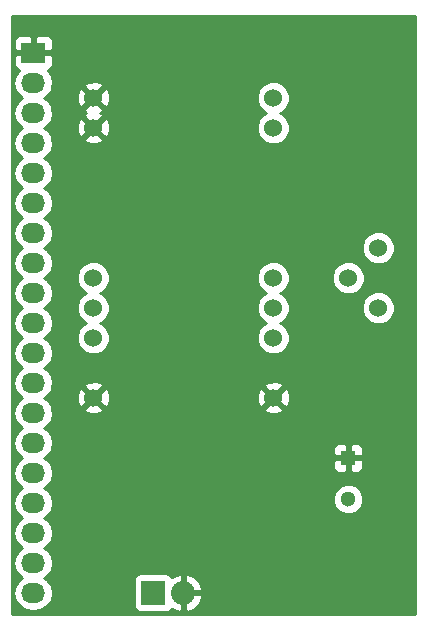
<source format=gbl>
G04 #@! TF.FileFunction,Copper,L2,Bot,Signal*
%FSLAX46Y46*%
G04 Gerber Fmt 4.6, Leading zero omitted, Abs format (unit mm)*
G04 Created by KiCad (PCBNEW 4.0.4+e1-6308~48~ubuntu16.04.1-stable) date Mon Oct 24 16:47:08 2016*
%MOMM*%
%LPD*%
G01*
G04 APERTURE LIST*
%ADD10C,0.100000*%
%ADD11R,2.032000X2.032000*%
%ADD12O,2.032000X2.032000*%
%ADD13C,1.524000*%
%ADD14R,2.032000X1.727200*%
%ADD15O,2.032000X1.727200*%
%ADD16C,1.300000*%
%ADD17R,1.300000X1.300000*%
%ADD18C,0.254000*%
G04 APERTURE END LIST*
D10*
D11*
X69850000Y-100330000D03*
D12*
X72390000Y-100330000D03*
D13*
X86360000Y-73660000D03*
X88900000Y-71120000D03*
X88900000Y-76200000D03*
D14*
X59690000Y-54610000D03*
D15*
X59690000Y-57150000D03*
X59690000Y-59690000D03*
X59690000Y-62230000D03*
X59690000Y-64770000D03*
X59690000Y-67310000D03*
X59690000Y-69850000D03*
X59690000Y-72390000D03*
X59690000Y-74930000D03*
X59690000Y-77470000D03*
X59690000Y-80010000D03*
X59690000Y-82550000D03*
X59690000Y-85090000D03*
X59690000Y-87630000D03*
X59690000Y-90170000D03*
X59690000Y-92710000D03*
X59690000Y-95250000D03*
X59690000Y-97790000D03*
X59690000Y-100330000D03*
D13*
X64770000Y-58420000D03*
X64770000Y-60960000D03*
X64770000Y-73660000D03*
X64770000Y-76200000D03*
X64770000Y-78740000D03*
X64770000Y-83820000D03*
X80010000Y-83820000D03*
X80010000Y-78740000D03*
X80010000Y-76200000D03*
X80010000Y-73660000D03*
X80010000Y-60960000D03*
X80010000Y-58420000D03*
D16*
X86360000Y-92400000D03*
D17*
X86360000Y-88900000D03*
D18*
G36*
X92000000Y-102160000D02*
X57860000Y-102160000D01*
X57860000Y-57150000D01*
X58006655Y-57150000D01*
X58120729Y-57723489D01*
X58445585Y-58209670D01*
X58760366Y-58420000D01*
X58445585Y-58630330D01*
X58120729Y-59116511D01*
X58006655Y-59690000D01*
X58120729Y-60263489D01*
X58445585Y-60749670D01*
X58760366Y-60960000D01*
X58445585Y-61170330D01*
X58120729Y-61656511D01*
X58006655Y-62230000D01*
X58120729Y-62803489D01*
X58445585Y-63289670D01*
X58760366Y-63500000D01*
X58445585Y-63710330D01*
X58120729Y-64196511D01*
X58006655Y-64770000D01*
X58120729Y-65343489D01*
X58445585Y-65829670D01*
X58760366Y-66040000D01*
X58445585Y-66250330D01*
X58120729Y-66736511D01*
X58006655Y-67310000D01*
X58120729Y-67883489D01*
X58445585Y-68369670D01*
X58760366Y-68580000D01*
X58445585Y-68790330D01*
X58120729Y-69276511D01*
X58006655Y-69850000D01*
X58120729Y-70423489D01*
X58445585Y-70909670D01*
X58760366Y-71120000D01*
X58445585Y-71330330D01*
X58120729Y-71816511D01*
X58006655Y-72390000D01*
X58120729Y-72963489D01*
X58445585Y-73449670D01*
X58760366Y-73660000D01*
X58445585Y-73870330D01*
X58120729Y-74356511D01*
X58006655Y-74930000D01*
X58120729Y-75503489D01*
X58445585Y-75989670D01*
X58760366Y-76200000D01*
X58445585Y-76410330D01*
X58120729Y-76896511D01*
X58006655Y-77470000D01*
X58120729Y-78043489D01*
X58445585Y-78529670D01*
X58760366Y-78740000D01*
X58445585Y-78950330D01*
X58120729Y-79436511D01*
X58006655Y-80010000D01*
X58120729Y-80583489D01*
X58445585Y-81069670D01*
X58760366Y-81280000D01*
X58445585Y-81490330D01*
X58120729Y-81976511D01*
X58006655Y-82550000D01*
X58120729Y-83123489D01*
X58445585Y-83609670D01*
X58760366Y-83820000D01*
X58445585Y-84030330D01*
X58120729Y-84516511D01*
X58006655Y-85090000D01*
X58120729Y-85663489D01*
X58445585Y-86149670D01*
X58760366Y-86360000D01*
X58445585Y-86570330D01*
X58120729Y-87056511D01*
X58006655Y-87630000D01*
X58120729Y-88203489D01*
X58445585Y-88689670D01*
X58760366Y-88900000D01*
X58445585Y-89110330D01*
X58120729Y-89596511D01*
X58006655Y-90170000D01*
X58120729Y-90743489D01*
X58445585Y-91229670D01*
X58760366Y-91440000D01*
X58445585Y-91650330D01*
X58120729Y-92136511D01*
X58006655Y-92710000D01*
X58120729Y-93283489D01*
X58445585Y-93769670D01*
X58760366Y-93980000D01*
X58445585Y-94190330D01*
X58120729Y-94676511D01*
X58006655Y-95250000D01*
X58120729Y-95823489D01*
X58445585Y-96309670D01*
X58760366Y-96520000D01*
X58445585Y-96730330D01*
X58120729Y-97216511D01*
X58006655Y-97790000D01*
X58120729Y-98363489D01*
X58445585Y-98849670D01*
X58760366Y-99060000D01*
X58445585Y-99270330D01*
X58120729Y-99756511D01*
X58006655Y-100330000D01*
X58120729Y-100903489D01*
X58445585Y-101389670D01*
X58931766Y-101714526D01*
X59505255Y-101828600D01*
X59874745Y-101828600D01*
X60448234Y-101714526D01*
X60934415Y-101389670D01*
X61259271Y-100903489D01*
X61373345Y-100330000D01*
X61259271Y-99756511D01*
X60963595Y-99314000D01*
X68186560Y-99314000D01*
X68186560Y-101346000D01*
X68230838Y-101581317D01*
X68369910Y-101797441D01*
X68582110Y-101942431D01*
X68834000Y-101993440D01*
X70866000Y-101993440D01*
X71101317Y-101949162D01*
X71317441Y-101810090D01*
X71417856Y-101663128D01*
X71421621Y-101667188D01*
X72007054Y-101935983D01*
X72263000Y-101817367D01*
X72263000Y-100457000D01*
X72517000Y-100457000D01*
X72517000Y-101817367D01*
X72772946Y-101935983D01*
X73358379Y-101667188D01*
X73796385Y-101194818D01*
X73995975Y-100712944D01*
X73876836Y-100457000D01*
X72517000Y-100457000D01*
X72263000Y-100457000D01*
X72243000Y-100457000D01*
X72243000Y-100203000D01*
X72263000Y-100203000D01*
X72263000Y-98842633D01*
X72517000Y-98842633D01*
X72517000Y-100203000D01*
X73876836Y-100203000D01*
X73995975Y-99947056D01*
X73796385Y-99465182D01*
X73358379Y-98992812D01*
X72772946Y-98724017D01*
X72517000Y-98842633D01*
X72263000Y-98842633D01*
X72007054Y-98724017D01*
X71421621Y-98992812D01*
X71417066Y-98997724D01*
X71330090Y-98862559D01*
X71117890Y-98717569D01*
X70866000Y-98666560D01*
X68834000Y-98666560D01*
X68598683Y-98710838D01*
X68382559Y-98849910D01*
X68237569Y-99062110D01*
X68186560Y-99314000D01*
X60963595Y-99314000D01*
X60934415Y-99270330D01*
X60619634Y-99060000D01*
X60934415Y-98849670D01*
X61259271Y-98363489D01*
X61373345Y-97790000D01*
X61259271Y-97216511D01*
X60934415Y-96730330D01*
X60619634Y-96520000D01*
X60934415Y-96309670D01*
X61259271Y-95823489D01*
X61373345Y-95250000D01*
X61259271Y-94676511D01*
X60934415Y-94190330D01*
X60619634Y-93980000D01*
X60934415Y-93769670D01*
X61259271Y-93283489D01*
X61373345Y-92710000D01*
X61362302Y-92654481D01*
X85074777Y-92654481D01*
X85269995Y-93126943D01*
X85631155Y-93488735D01*
X86103276Y-93684777D01*
X86614481Y-93685223D01*
X87086943Y-93490005D01*
X87448735Y-93128845D01*
X87644777Y-92656724D01*
X87645223Y-92145519D01*
X87450005Y-91673057D01*
X87088845Y-91311265D01*
X86616724Y-91115223D01*
X86105519Y-91114777D01*
X85633057Y-91309995D01*
X85271265Y-91671155D01*
X85075223Y-92143276D01*
X85074777Y-92654481D01*
X61362302Y-92654481D01*
X61259271Y-92136511D01*
X60934415Y-91650330D01*
X60619634Y-91440000D01*
X60934415Y-91229670D01*
X61259271Y-90743489D01*
X61373345Y-90170000D01*
X61259271Y-89596511D01*
X60984810Y-89185750D01*
X85075000Y-89185750D01*
X85075000Y-89676309D01*
X85171673Y-89909698D01*
X85350301Y-90088327D01*
X85583690Y-90185000D01*
X86074250Y-90185000D01*
X86233000Y-90026250D01*
X86233000Y-89027000D01*
X86487000Y-89027000D01*
X86487000Y-90026250D01*
X86645750Y-90185000D01*
X87136310Y-90185000D01*
X87369699Y-90088327D01*
X87548327Y-89909698D01*
X87645000Y-89676309D01*
X87645000Y-89185750D01*
X87486250Y-89027000D01*
X86487000Y-89027000D01*
X86233000Y-89027000D01*
X85233750Y-89027000D01*
X85075000Y-89185750D01*
X60984810Y-89185750D01*
X60934415Y-89110330D01*
X60619634Y-88900000D01*
X60934415Y-88689670D01*
X61259271Y-88203489D01*
X61275143Y-88123691D01*
X85075000Y-88123691D01*
X85075000Y-88614250D01*
X85233750Y-88773000D01*
X86233000Y-88773000D01*
X86233000Y-87773750D01*
X86487000Y-87773750D01*
X86487000Y-88773000D01*
X87486250Y-88773000D01*
X87645000Y-88614250D01*
X87645000Y-88123691D01*
X87548327Y-87890302D01*
X87369699Y-87711673D01*
X87136310Y-87615000D01*
X86645750Y-87615000D01*
X86487000Y-87773750D01*
X86233000Y-87773750D01*
X86074250Y-87615000D01*
X85583690Y-87615000D01*
X85350301Y-87711673D01*
X85171673Y-87890302D01*
X85075000Y-88123691D01*
X61275143Y-88123691D01*
X61373345Y-87630000D01*
X61259271Y-87056511D01*
X60934415Y-86570330D01*
X60619634Y-86360000D01*
X60934415Y-86149670D01*
X61259271Y-85663489D01*
X61373345Y-85090000D01*
X61315703Y-84800213D01*
X63969392Y-84800213D01*
X64038857Y-85042397D01*
X64562302Y-85229144D01*
X65117368Y-85201362D01*
X65501143Y-85042397D01*
X65570608Y-84800213D01*
X79209392Y-84800213D01*
X79278857Y-85042397D01*
X79802302Y-85229144D01*
X80357368Y-85201362D01*
X80741143Y-85042397D01*
X80810608Y-84800213D01*
X80010000Y-83999605D01*
X79209392Y-84800213D01*
X65570608Y-84800213D01*
X64770000Y-83999605D01*
X63969392Y-84800213D01*
X61315703Y-84800213D01*
X61259271Y-84516511D01*
X60934415Y-84030330D01*
X60619634Y-83820000D01*
X60930475Y-83612302D01*
X63360856Y-83612302D01*
X63388638Y-84167368D01*
X63547603Y-84551143D01*
X63789787Y-84620608D01*
X64590395Y-83820000D01*
X64949605Y-83820000D01*
X65750213Y-84620608D01*
X65992397Y-84551143D01*
X66179144Y-84027698D01*
X66158353Y-83612302D01*
X78600856Y-83612302D01*
X78628638Y-84167368D01*
X78787603Y-84551143D01*
X79029787Y-84620608D01*
X79830395Y-83820000D01*
X80189605Y-83820000D01*
X80990213Y-84620608D01*
X81232397Y-84551143D01*
X81419144Y-84027698D01*
X81391362Y-83472632D01*
X81232397Y-83088857D01*
X80990213Y-83019392D01*
X80189605Y-83820000D01*
X79830395Y-83820000D01*
X79029787Y-83019392D01*
X78787603Y-83088857D01*
X78600856Y-83612302D01*
X66158353Y-83612302D01*
X66151362Y-83472632D01*
X65992397Y-83088857D01*
X65750213Y-83019392D01*
X64949605Y-83820000D01*
X64590395Y-83820000D01*
X63789787Y-83019392D01*
X63547603Y-83088857D01*
X63360856Y-83612302D01*
X60930475Y-83612302D01*
X60934415Y-83609670D01*
X61259271Y-83123489D01*
X61315702Y-82839787D01*
X63969392Y-82839787D01*
X64770000Y-83640395D01*
X65570608Y-82839787D01*
X79209392Y-82839787D01*
X80010000Y-83640395D01*
X80810608Y-82839787D01*
X80741143Y-82597603D01*
X80217698Y-82410856D01*
X79662632Y-82438638D01*
X79278857Y-82597603D01*
X79209392Y-82839787D01*
X65570608Y-82839787D01*
X65501143Y-82597603D01*
X64977698Y-82410856D01*
X64422632Y-82438638D01*
X64038857Y-82597603D01*
X63969392Y-82839787D01*
X61315702Y-82839787D01*
X61373345Y-82550000D01*
X61259271Y-81976511D01*
X60934415Y-81490330D01*
X60619634Y-81280000D01*
X60934415Y-81069670D01*
X61259271Y-80583489D01*
X61373345Y-80010000D01*
X61259271Y-79436511D01*
X60934415Y-78950330D01*
X60619634Y-78740000D01*
X60934415Y-78529670D01*
X61259271Y-78043489D01*
X61373345Y-77470000D01*
X61259271Y-76896511D01*
X60934415Y-76410330D01*
X60619634Y-76200000D01*
X60934415Y-75989670D01*
X61259271Y-75503489D01*
X61373345Y-74930000D01*
X61259271Y-74356511D01*
X60978736Y-73936661D01*
X63372758Y-73936661D01*
X63584990Y-74450303D01*
X63977630Y-74843629D01*
X64185512Y-74929949D01*
X63979697Y-75014990D01*
X63586371Y-75407630D01*
X63373243Y-75920900D01*
X63372758Y-76476661D01*
X63584990Y-76990303D01*
X63977630Y-77383629D01*
X64185512Y-77469949D01*
X63979697Y-77554990D01*
X63586371Y-77947630D01*
X63373243Y-78460900D01*
X63372758Y-79016661D01*
X63584990Y-79530303D01*
X63977630Y-79923629D01*
X64490900Y-80136757D01*
X65046661Y-80137242D01*
X65560303Y-79925010D01*
X65953629Y-79532370D01*
X66166757Y-79019100D01*
X66167242Y-78463339D01*
X65955010Y-77949697D01*
X65562370Y-77556371D01*
X65354488Y-77470051D01*
X65560303Y-77385010D01*
X65953629Y-76992370D01*
X66166757Y-76479100D01*
X66167242Y-75923339D01*
X65955010Y-75409697D01*
X65562370Y-75016371D01*
X65354488Y-74930051D01*
X65560303Y-74845010D01*
X65953629Y-74452370D01*
X66166757Y-73939100D01*
X66166759Y-73936661D01*
X78612758Y-73936661D01*
X78824990Y-74450303D01*
X79217630Y-74843629D01*
X79425512Y-74929949D01*
X79219697Y-75014990D01*
X78826371Y-75407630D01*
X78613243Y-75920900D01*
X78612758Y-76476661D01*
X78824990Y-76990303D01*
X79217630Y-77383629D01*
X79425512Y-77469949D01*
X79219697Y-77554990D01*
X78826371Y-77947630D01*
X78613243Y-78460900D01*
X78612758Y-79016661D01*
X78824990Y-79530303D01*
X79217630Y-79923629D01*
X79730900Y-80136757D01*
X80286661Y-80137242D01*
X80800303Y-79925010D01*
X81193629Y-79532370D01*
X81406757Y-79019100D01*
X81407242Y-78463339D01*
X81195010Y-77949697D01*
X80802370Y-77556371D01*
X80594488Y-77470051D01*
X80800303Y-77385010D01*
X81193629Y-76992370D01*
X81406757Y-76479100D01*
X81406759Y-76476661D01*
X87502758Y-76476661D01*
X87714990Y-76990303D01*
X88107630Y-77383629D01*
X88620900Y-77596757D01*
X89176661Y-77597242D01*
X89690303Y-77385010D01*
X90083629Y-76992370D01*
X90296757Y-76479100D01*
X90297242Y-75923339D01*
X90085010Y-75409697D01*
X89692370Y-75016371D01*
X89179100Y-74803243D01*
X88623339Y-74802758D01*
X88109697Y-75014990D01*
X87716371Y-75407630D01*
X87503243Y-75920900D01*
X87502758Y-76476661D01*
X81406759Y-76476661D01*
X81407242Y-75923339D01*
X81195010Y-75409697D01*
X80802370Y-75016371D01*
X80594488Y-74930051D01*
X80800303Y-74845010D01*
X81193629Y-74452370D01*
X81406757Y-73939100D01*
X81406759Y-73936661D01*
X84962758Y-73936661D01*
X85174990Y-74450303D01*
X85567630Y-74843629D01*
X86080900Y-75056757D01*
X86636661Y-75057242D01*
X87150303Y-74845010D01*
X87543629Y-74452370D01*
X87756757Y-73939100D01*
X87757242Y-73383339D01*
X87545010Y-72869697D01*
X87152370Y-72476371D01*
X86639100Y-72263243D01*
X86083339Y-72262758D01*
X85569697Y-72474990D01*
X85176371Y-72867630D01*
X84963243Y-73380900D01*
X84962758Y-73936661D01*
X81406759Y-73936661D01*
X81407242Y-73383339D01*
X81195010Y-72869697D01*
X80802370Y-72476371D01*
X80289100Y-72263243D01*
X79733339Y-72262758D01*
X79219697Y-72474990D01*
X78826371Y-72867630D01*
X78613243Y-73380900D01*
X78612758Y-73936661D01*
X66166759Y-73936661D01*
X66167242Y-73383339D01*
X65955010Y-72869697D01*
X65562370Y-72476371D01*
X65049100Y-72263243D01*
X64493339Y-72262758D01*
X63979697Y-72474990D01*
X63586371Y-72867630D01*
X63373243Y-73380900D01*
X63372758Y-73936661D01*
X60978736Y-73936661D01*
X60934415Y-73870330D01*
X60619634Y-73660000D01*
X60934415Y-73449670D01*
X61259271Y-72963489D01*
X61373345Y-72390000D01*
X61259271Y-71816511D01*
X60978736Y-71396661D01*
X87502758Y-71396661D01*
X87714990Y-71910303D01*
X88107630Y-72303629D01*
X88620900Y-72516757D01*
X89176661Y-72517242D01*
X89690303Y-72305010D01*
X90083629Y-71912370D01*
X90296757Y-71399100D01*
X90297242Y-70843339D01*
X90085010Y-70329697D01*
X89692370Y-69936371D01*
X89179100Y-69723243D01*
X88623339Y-69722758D01*
X88109697Y-69934990D01*
X87716371Y-70327630D01*
X87503243Y-70840900D01*
X87502758Y-71396661D01*
X60978736Y-71396661D01*
X60934415Y-71330330D01*
X60619634Y-71120000D01*
X60934415Y-70909670D01*
X61259271Y-70423489D01*
X61373345Y-69850000D01*
X61259271Y-69276511D01*
X60934415Y-68790330D01*
X60619634Y-68580000D01*
X60934415Y-68369670D01*
X61259271Y-67883489D01*
X61373345Y-67310000D01*
X61259271Y-66736511D01*
X60934415Y-66250330D01*
X60619634Y-66040000D01*
X60934415Y-65829670D01*
X61259271Y-65343489D01*
X61373345Y-64770000D01*
X61259271Y-64196511D01*
X60934415Y-63710330D01*
X60619634Y-63500000D01*
X60934415Y-63289670D01*
X61259271Y-62803489D01*
X61373345Y-62230000D01*
X61315703Y-61940213D01*
X63969392Y-61940213D01*
X64038857Y-62182397D01*
X64562302Y-62369144D01*
X65117368Y-62341362D01*
X65501143Y-62182397D01*
X65570608Y-61940213D01*
X64770000Y-61139605D01*
X63969392Y-61940213D01*
X61315703Y-61940213D01*
X61259271Y-61656511D01*
X60934415Y-61170330D01*
X60619634Y-60960000D01*
X60930475Y-60752302D01*
X63360856Y-60752302D01*
X63388638Y-61307368D01*
X63547603Y-61691143D01*
X63789787Y-61760608D01*
X64590395Y-60960000D01*
X64949605Y-60960000D01*
X65750213Y-61760608D01*
X65992397Y-61691143D01*
X66179144Y-61167698D01*
X66151362Y-60612632D01*
X65992397Y-60228857D01*
X65750213Y-60159392D01*
X64949605Y-60960000D01*
X64590395Y-60960000D01*
X63789787Y-60159392D01*
X63547603Y-60228857D01*
X63360856Y-60752302D01*
X60930475Y-60752302D01*
X60934415Y-60749670D01*
X61259271Y-60263489D01*
X61373345Y-59690000D01*
X61315703Y-59400213D01*
X63969392Y-59400213D01*
X64038857Y-59642397D01*
X64162344Y-59686453D01*
X64038857Y-59737603D01*
X63969392Y-59979787D01*
X64770000Y-60780395D01*
X65570608Y-59979787D01*
X65501143Y-59737603D01*
X65377656Y-59693547D01*
X65501143Y-59642397D01*
X65570608Y-59400213D01*
X64770000Y-58599605D01*
X63969392Y-59400213D01*
X61315703Y-59400213D01*
X61259271Y-59116511D01*
X60934415Y-58630330D01*
X60619634Y-58420000D01*
X60930475Y-58212302D01*
X63360856Y-58212302D01*
X63388638Y-58767368D01*
X63547603Y-59151143D01*
X63789787Y-59220608D01*
X64590395Y-58420000D01*
X64949605Y-58420000D01*
X65750213Y-59220608D01*
X65992397Y-59151143D01*
X66154540Y-58696661D01*
X78612758Y-58696661D01*
X78824990Y-59210303D01*
X79217630Y-59603629D01*
X79425512Y-59689949D01*
X79219697Y-59774990D01*
X78826371Y-60167630D01*
X78613243Y-60680900D01*
X78612758Y-61236661D01*
X78824990Y-61750303D01*
X79217630Y-62143629D01*
X79730900Y-62356757D01*
X80286661Y-62357242D01*
X80800303Y-62145010D01*
X81193629Y-61752370D01*
X81406757Y-61239100D01*
X81407242Y-60683339D01*
X81195010Y-60169697D01*
X80802370Y-59776371D01*
X80594488Y-59690051D01*
X80800303Y-59605010D01*
X81193629Y-59212370D01*
X81406757Y-58699100D01*
X81407242Y-58143339D01*
X81195010Y-57629697D01*
X80802370Y-57236371D01*
X80289100Y-57023243D01*
X79733339Y-57022758D01*
X79219697Y-57234990D01*
X78826371Y-57627630D01*
X78613243Y-58140900D01*
X78612758Y-58696661D01*
X66154540Y-58696661D01*
X66179144Y-58627698D01*
X66151362Y-58072632D01*
X65992397Y-57688857D01*
X65750213Y-57619392D01*
X64949605Y-58420000D01*
X64590395Y-58420000D01*
X63789787Y-57619392D01*
X63547603Y-57688857D01*
X63360856Y-58212302D01*
X60930475Y-58212302D01*
X60934415Y-58209670D01*
X61259271Y-57723489D01*
X61315702Y-57439787D01*
X63969392Y-57439787D01*
X64770000Y-58240395D01*
X65570608Y-57439787D01*
X65501143Y-57197603D01*
X64977698Y-57010856D01*
X64422632Y-57038638D01*
X64038857Y-57197603D01*
X63969392Y-57439787D01*
X61315702Y-57439787D01*
X61373345Y-57150000D01*
X61259271Y-56576511D01*
X60934415Y-56090330D01*
X60912220Y-56075500D01*
X61065699Y-56011927D01*
X61244327Y-55833298D01*
X61341000Y-55599909D01*
X61341000Y-54895750D01*
X61182250Y-54737000D01*
X59817000Y-54737000D01*
X59817000Y-54757000D01*
X59563000Y-54757000D01*
X59563000Y-54737000D01*
X58197750Y-54737000D01*
X58039000Y-54895750D01*
X58039000Y-55599909D01*
X58135673Y-55833298D01*
X58314301Y-56011927D01*
X58467780Y-56075500D01*
X58445585Y-56090330D01*
X58120729Y-56576511D01*
X58006655Y-57150000D01*
X57860000Y-57150000D01*
X57860000Y-53620091D01*
X58039000Y-53620091D01*
X58039000Y-54324250D01*
X58197750Y-54483000D01*
X59563000Y-54483000D01*
X59563000Y-53270150D01*
X59817000Y-53270150D01*
X59817000Y-54483000D01*
X61182250Y-54483000D01*
X61341000Y-54324250D01*
X61341000Y-53620091D01*
X61244327Y-53386702D01*
X61065699Y-53208073D01*
X60832310Y-53111400D01*
X59975750Y-53111400D01*
X59817000Y-53270150D01*
X59563000Y-53270150D01*
X59404250Y-53111400D01*
X58547690Y-53111400D01*
X58314301Y-53208073D01*
X58135673Y-53386702D01*
X58039000Y-53620091D01*
X57860000Y-53620091D01*
X57860000Y-51510000D01*
X92000000Y-51510000D01*
X92000000Y-102160000D01*
X92000000Y-102160000D01*
G37*
X92000000Y-102160000D02*
X57860000Y-102160000D01*
X57860000Y-57150000D01*
X58006655Y-57150000D01*
X58120729Y-57723489D01*
X58445585Y-58209670D01*
X58760366Y-58420000D01*
X58445585Y-58630330D01*
X58120729Y-59116511D01*
X58006655Y-59690000D01*
X58120729Y-60263489D01*
X58445585Y-60749670D01*
X58760366Y-60960000D01*
X58445585Y-61170330D01*
X58120729Y-61656511D01*
X58006655Y-62230000D01*
X58120729Y-62803489D01*
X58445585Y-63289670D01*
X58760366Y-63500000D01*
X58445585Y-63710330D01*
X58120729Y-64196511D01*
X58006655Y-64770000D01*
X58120729Y-65343489D01*
X58445585Y-65829670D01*
X58760366Y-66040000D01*
X58445585Y-66250330D01*
X58120729Y-66736511D01*
X58006655Y-67310000D01*
X58120729Y-67883489D01*
X58445585Y-68369670D01*
X58760366Y-68580000D01*
X58445585Y-68790330D01*
X58120729Y-69276511D01*
X58006655Y-69850000D01*
X58120729Y-70423489D01*
X58445585Y-70909670D01*
X58760366Y-71120000D01*
X58445585Y-71330330D01*
X58120729Y-71816511D01*
X58006655Y-72390000D01*
X58120729Y-72963489D01*
X58445585Y-73449670D01*
X58760366Y-73660000D01*
X58445585Y-73870330D01*
X58120729Y-74356511D01*
X58006655Y-74930000D01*
X58120729Y-75503489D01*
X58445585Y-75989670D01*
X58760366Y-76200000D01*
X58445585Y-76410330D01*
X58120729Y-76896511D01*
X58006655Y-77470000D01*
X58120729Y-78043489D01*
X58445585Y-78529670D01*
X58760366Y-78740000D01*
X58445585Y-78950330D01*
X58120729Y-79436511D01*
X58006655Y-80010000D01*
X58120729Y-80583489D01*
X58445585Y-81069670D01*
X58760366Y-81280000D01*
X58445585Y-81490330D01*
X58120729Y-81976511D01*
X58006655Y-82550000D01*
X58120729Y-83123489D01*
X58445585Y-83609670D01*
X58760366Y-83820000D01*
X58445585Y-84030330D01*
X58120729Y-84516511D01*
X58006655Y-85090000D01*
X58120729Y-85663489D01*
X58445585Y-86149670D01*
X58760366Y-86360000D01*
X58445585Y-86570330D01*
X58120729Y-87056511D01*
X58006655Y-87630000D01*
X58120729Y-88203489D01*
X58445585Y-88689670D01*
X58760366Y-88900000D01*
X58445585Y-89110330D01*
X58120729Y-89596511D01*
X58006655Y-90170000D01*
X58120729Y-90743489D01*
X58445585Y-91229670D01*
X58760366Y-91440000D01*
X58445585Y-91650330D01*
X58120729Y-92136511D01*
X58006655Y-92710000D01*
X58120729Y-93283489D01*
X58445585Y-93769670D01*
X58760366Y-93980000D01*
X58445585Y-94190330D01*
X58120729Y-94676511D01*
X58006655Y-95250000D01*
X58120729Y-95823489D01*
X58445585Y-96309670D01*
X58760366Y-96520000D01*
X58445585Y-96730330D01*
X58120729Y-97216511D01*
X58006655Y-97790000D01*
X58120729Y-98363489D01*
X58445585Y-98849670D01*
X58760366Y-99060000D01*
X58445585Y-99270330D01*
X58120729Y-99756511D01*
X58006655Y-100330000D01*
X58120729Y-100903489D01*
X58445585Y-101389670D01*
X58931766Y-101714526D01*
X59505255Y-101828600D01*
X59874745Y-101828600D01*
X60448234Y-101714526D01*
X60934415Y-101389670D01*
X61259271Y-100903489D01*
X61373345Y-100330000D01*
X61259271Y-99756511D01*
X60963595Y-99314000D01*
X68186560Y-99314000D01*
X68186560Y-101346000D01*
X68230838Y-101581317D01*
X68369910Y-101797441D01*
X68582110Y-101942431D01*
X68834000Y-101993440D01*
X70866000Y-101993440D01*
X71101317Y-101949162D01*
X71317441Y-101810090D01*
X71417856Y-101663128D01*
X71421621Y-101667188D01*
X72007054Y-101935983D01*
X72263000Y-101817367D01*
X72263000Y-100457000D01*
X72517000Y-100457000D01*
X72517000Y-101817367D01*
X72772946Y-101935983D01*
X73358379Y-101667188D01*
X73796385Y-101194818D01*
X73995975Y-100712944D01*
X73876836Y-100457000D01*
X72517000Y-100457000D01*
X72263000Y-100457000D01*
X72243000Y-100457000D01*
X72243000Y-100203000D01*
X72263000Y-100203000D01*
X72263000Y-98842633D01*
X72517000Y-98842633D01*
X72517000Y-100203000D01*
X73876836Y-100203000D01*
X73995975Y-99947056D01*
X73796385Y-99465182D01*
X73358379Y-98992812D01*
X72772946Y-98724017D01*
X72517000Y-98842633D01*
X72263000Y-98842633D01*
X72007054Y-98724017D01*
X71421621Y-98992812D01*
X71417066Y-98997724D01*
X71330090Y-98862559D01*
X71117890Y-98717569D01*
X70866000Y-98666560D01*
X68834000Y-98666560D01*
X68598683Y-98710838D01*
X68382559Y-98849910D01*
X68237569Y-99062110D01*
X68186560Y-99314000D01*
X60963595Y-99314000D01*
X60934415Y-99270330D01*
X60619634Y-99060000D01*
X60934415Y-98849670D01*
X61259271Y-98363489D01*
X61373345Y-97790000D01*
X61259271Y-97216511D01*
X60934415Y-96730330D01*
X60619634Y-96520000D01*
X60934415Y-96309670D01*
X61259271Y-95823489D01*
X61373345Y-95250000D01*
X61259271Y-94676511D01*
X60934415Y-94190330D01*
X60619634Y-93980000D01*
X60934415Y-93769670D01*
X61259271Y-93283489D01*
X61373345Y-92710000D01*
X61362302Y-92654481D01*
X85074777Y-92654481D01*
X85269995Y-93126943D01*
X85631155Y-93488735D01*
X86103276Y-93684777D01*
X86614481Y-93685223D01*
X87086943Y-93490005D01*
X87448735Y-93128845D01*
X87644777Y-92656724D01*
X87645223Y-92145519D01*
X87450005Y-91673057D01*
X87088845Y-91311265D01*
X86616724Y-91115223D01*
X86105519Y-91114777D01*
X85633057Y-91309995D01*
X85271265Y-91671155D01*
X85075223Y-92143276D01*
X85074777Y-92654481D01*
X61362302Y-92654481D01*
X61259271Y-92136511D01*
X60934415Y-91650330D01*
X60619634Y-91440000D01*
X60934415Y-91229670D01*
X61259271Y-90743489D01*
X61373345Y-90170000D01*
X61259271Y-89596511D01*
X60984810Y-89185750D01*
X85075000Y-89185750D01*
X85075000Y-89676309D01*
X85171673Y-89909698D01*
X85350301Y-90088327D01*
X85583690Y-90185000D01*
X86074250Y-90185000D01*
X86233000Y-90026250D01*
X86233000Y-89027000D01*
X86487000Y-89027000D01*
X86487000Y-90026250D01*
X86645750Y-90185000D01*
X87136310Y-90185000D01*
X87369699Y-90088327D01*
X87548327Y-89909698D01*
X87645000Y-89676309D01*
X87645000Y-89185750D01*
X87486250Y-89027000D01*
X86487000Y-89027000D01*
X86233000Y-89027000D01*
X85233750Y-89027000D01*
X85075000Y-89185750D01*
X60984810Y-89185750D01*
X60934415Y-89110330D01*
X60619634Y-88900000D01*
X60934415Y-88689670D01*
X61259271Y-88203489D01*
X61275143Y-88123691D01*
X85075000Y-88123691D01*
X85075000Y-88614250D01*
X85233750Y-88773000D01*
X86233000Y-88773000D01*
X86233000Y-87773750D01*
X86487000Y-87773750D01*
X86487000Y-88773000D01*
X87486250Y-88773000D01*
X87645000Y-88614250D01*
X87645000Y-88123691D01*
X87548327Y-87890302D01*
X87369699Y-87711673D01*
X87136310Y-87615000D01*
X86645750Y-87615000D01*
X86487000Y-87773750D01*
X86233000Y-87773750D01*
X86074250Y-87615000D01*
X85583690Y-87615000D01*
X85350301Y-87711673D01*
X85171673Y-87890302D01*
X85075000Y-88123691D01*
X61275143Y-88123691D01*
X61373345Y-87630000D01*
X61259271Y-87056511D01*
X60934415Y-86570330D01*
X60619634Y-86360000D01*
X60934415Y-86149670D01*
X61259271Y-85663489D01*
X61373345Y-85090000D01*
X61315703Y-84800213D01*
X63969392Y-84800213D01*
X64038857Y-85042397D01*
X64562302Y-85229144D01*
X65117368Y-85201362D01*
X65501143Y-85042397D01*
X65570608Y-84800213D01*
X79209392Y-84800213D01*
X79278857Y-85042397D01*
X79802302Y-85229144D01*
X80357368Y-85201362D01*
X80741143Y-85042397D01*
X80810608Y-84800213D01*
X80010000Y-83999605D01*
X79209392Y-84800213D01*
X65570608Y-84800213D01*
X64770000Y-83999605D01*
X63969392Y-84800213D01*
X61315703Y-84800213D01*
X61259271Y-84516511D01*
X60934415Y-84030330D01*
X60619634Y-83820000D01*
X60930475Y-83612302D01*
X63360856Y-83612302D01*
X63388638Y-84167368D01*
X63547603Y-84551143D01*
X63789787Y-84620608D01*
X64590395Y-83820000D01*
X64949605Y-83820000D01*
X65750213Y-84620608D01*
X65992397Y-84551143D01*
X66179144Y-84027698D01*
X66158353Y-83612302D01*
X78600856Y-83612302D01*
X78628638Y-84167368D01*
X78787603Y-84551143D01*
X79029787Y-84620608D01*
X79830395Y-83820000D01*
X80189605Y-83820000D01*
X80990213Y-84620608D01*
X81232397Y-84551143D01*
X81419144Y-84027698D01*
X81391362Y-83472632D01*
X81232397Y-83088857D01*
X80990213Y-83019392D01*
X80189605Y-83820000D01*
X79830395Y-83820000D01*
X79029787Y-83019392D01*
X78787603Y-83088857D01*
X78600856Y-83612302D01*
X66158353Y-83612302D01*
X66151362Y-83472632D01*
X65992397Y-83088857D01*
X65750213Y-83019392D01*
X64949605Y-83820000D01*
X64590395Y-83820000D01*
X63789787Y-83019392D01*
X63547603Y-83088857D01*
X63360856Y-83612302D01*
X60930475Y-83612302D01*
X60934415Y-83609670D01*
X61259271Y-83123489D01*
X61315702Y-82839787D01*
X63969392Y-82839787D01*
X64770000Y-83640395D01*
X65570608Y-82839787D01*
X79209392Y-82839787D01*
X80010000Y-83640395D01*
X80810608Y-82839787D01*
X80741143Y-82597603D01*
X80217698Y-82410856D01*
X79662632Y-82438638D01*
X79278857Y-82597603D01*
X79209392Y-82839787D01*
X65570608Y-82839787D01*
X65501143Y-82597603D01*
X64977698Y-82410856D01*
X64422632Y-82438638D01*
X64038857Y-82597603D01*
X63969392Y-82839787D01*
X61315702Y-82839787D01*
X61373345Y-82550000D01*
X61259271Y-81976511D01*
X60934415Y-81490330D01*
X60619634Y-81280000D01*
X60934415Y-81069670D01*
X61259271Y-80583489D01*
X61373345Y-80010000D01*
X61259271Y-79436511D01*
X60934415Y-78950330D01*
X60619634Y-78740000D01*
X60934415Y-78529670D01*
X61259271Y-78043489D01*
X61373345Y-77470000D01*
X61259271Y-76896511D01*
X60934415Y-76410330D01*
X60619634Y-76200000D01*
X60934415Y-75989670D01*
X61259271Y-75503489D01*
X61373345Y-74930000D01*
X61259271Y-74356511D01*
X60978736Y-73936661D01*
X63372758Y-73936661D01*
X63584990Y-74450303D01*
X63977630Y-74843629D01*
X64185512Y-74929949D01*
X63979697Y-75014990D01*
X63586371Y-75407630D01*
X63373243Y-75920900D01*
X63372758Y-76476661D01*
X63584990Y-76990303D01*
X63977630Y-77383629D01*
X64185512Y-77469949D01*
X63979697Y-77554990D01*
X63586371Y-77947630D01*
X63373243Y-78460900D01*
X63372758Y-79016661D01*
X63584990Y-79530303D01*
X63977630Y-79923629D01*
X64490900Y-80136757D01*
X65046661Y-80137242D01*
X65560303Y-79925010D01*
X65953629Y-79532370D01*
X66166757Y-79019100D01*
X66167242Y-78463339D01*
X65955010Y-77949697D01*
X65562370Y-77556371D01*
X65354488Y-77470051D01*
X65560303Y-77385010D01*
X65953629Y-76992370D01*
X66166757Y-76479100D01*
X66167242Y-75923339D01*
X65955010Y-75409697D01*
X65562370Y-75016371D01*
X65354488Y-74930051D01*
X65560303Y-74845010D01*
X65953629Y-74452370D01*
X66166757Y-73939100D01*
X66166759Y-73936661D01*
X78612758Y-73936661D01*
X78824990Y-74450303D01*
X79217630Y-74843629D01*
X79425512Y-74929949D01*
X79219697Y-75014990D01*
X78826371Y-75407630D01*
X78613243Y-75920900D01*
X78612758Y-76476661D01*
X78824990Y-76990303D01*
X79217630Y-77383629D01*
X79425512Y-77469949D01*
X79219697Y-77554990D01*
X78826371Y-77947630D01*
X78613243Y-78460900D01*
X78612758Y-79016661D01*
X78824990Y-79530303D01*
X79217630Y-79923629D01*
X79730900Y-80136757D01*
X80286661Y-80137242D01*
X80800303Y-79925010D01*
X81193629Y-79532370D01*
X81406757Y-79019100D01*
X81407242Y-78463339D01*
X81195010Y-77949697D01*
X80802370Y-77556371D01*
X80594488Y-77470051D01*
X80800303Y-77385010D01*
X81193629Y-76992370D01*
X81406757Y-76479100D01*
X81406759Y-76476661D01*
X87502758Y-76476661D01*
X87714990Y-76990303D01*
X88107630Y-77383629D01*
X88620900Y-77596757D01*
X89176661Y-77597242D01*
X89690303Y-77385010D01*
X90083629Y-76992370D01*
X90296757Y-76479100D01*
X90297242Y-75923339D01*
X90085010Y-75409697D01*
X89692370Y-75016371D01*
X89179100Y-74803243D01*
X88623339Y-74802758D01*
X88109697Y-75014990D01*
X87716371Y-75407630D01*
X87503243Y-75920900D01*
X87502758Y-76476661D01*
X81406759Y-76476661D01*
X81407242Y-75923339D01*
X81195010Y-75409697D01*
X80802370Y-75016371D01*
X80594488Y-74930051D01*
X80800303Y-74845010D01*
X81193629Y-74452370D01*
X81406757Y-73939100D01*
X81406759Y-73936661D01*
X84962758Y-73936661D01*
X85174990Y-74450303D01*
X85567630Y-74843629D01*
X86080900Y-75056757D01*
X86636661Y-75057242D01*
X87150303Y-74845010D01*
X87543629Y-74452370D01*
X87756757Y-73939100D01*
X87757242Y-73383339D01*
X87545010Y-72869697D01*
X87152370Y-72476371D01*
X86639100Y-72263243D01*
X86083339Y-72262758D01*
X85569697Y-72474990D01*
X85176371Y-72867630D01*
X84963243Y-73380900D01*
X84962758Y-73936661D01*
X81406759Y-73936661D01*
X81407242Y-73383339D01*
X81195010Y-72869697D01*
X80802370Y-72476371D01*
X80289100Y-72263243D01*
X79733339Y-72262758D01*
X79219697Y-72474990D01*
X78826371Y-72867630D01*
X78613243Y-73380900D01*
X78612758Y-73936661D01*
X66166759Y-73936661D01*
X66167242Y-73383339D01*
X65955010Y-72869697D01*
X65562370Y-72476371D01*
X65049100Y-72263243D01*
X64493339Y-72262758D01*
X63979697Y-72474990D01*
X63586371Y-72867630D01*
X63373243Y-73380900D01*
X63372758Y-73936661D01*
X60978736Y-73936661D01*
X60934415Y-73870330D01*
X60619634Y-73660000D01*
X60934415Y-73449670D01*
X61259271Y-72963489D01*
X61373345Y-72390000D01*
X61259271Y-71816511D01*
X60978736Y-71396661D01*
X87502758Y-71396661D01*
X87714990Y-71910303D01*
X88107630Y-72303629D01*
X88620900Y-72516757D01*
X89176661Y-72517242D01*
X89690303Y-72305010D01*
X90083629Y-71912370D01*
X90296757Y-71399100D01*
X90297242Y-70843339D01*
X90085010Y-70329697D01*
X89692370Y-69936371D01*
X89179100Y-69723243D01*
X88623339Y-69722758D01*
X88109697Y-69934990D01*
X87716371Y-70327630D01*
X87503243Y-70840900D01*
X87502758Y-71396661D01*
X60978736Y-71396661D01*
X60934415Y-71330330D01*
X60619634Y-71120000D01*
X60934415Y-70909670D01*
X61259271Y-70423489D01*
X61373345Y-69850000D01*
X61259271Y-69276511D01*
X60934415Y-68790330D01*
X60619634Y-68580000D01*
X60934415Y-68369670D01*
X61259271Y-67883489D01*
X61373345Y-67310000D01*
X61259271Y-66736511D01*
X60934415Y-66250330D01*
X60619634Y-66040000D01*
X60934415Y-65829670D01*
X61259271Y-65343489D01*
X61373345Y-64770000D01*
X61259271Y-64196511D01*
X60934415Y-63710330D01*
X60619634Y-63500000D01*
X60934415Y-63289670D01*
X61259271Y-62803489D01*
X61373345Y-62230000D01*
X61315703Y-61940213D01*
X63969392Y-61940213D01*
X64038857Y-62182397D01*
X64562302Y-62369144D01*
X65117368Y-62341362D01*
X65501143Y-62182397D01*
X65570608Y-61940213D01*
X64770000Y-61139605D01*
X63969392Y-61940213D01*
X61315703Y-61940213D01*
X61259271Y-61656511D01*
X60934415Y-61170330D01*
X60619634Y-60960000D01*
X60930475Y-60752302D01*
X63360856Y-60752302D01*
X63388638Y-61307368D01*
X63547603Y-61691143D01*
X63789787Y-61760608D01*
X64590395Y-60960000D01*
X64949605Y-60960000D01*
X65750213Y-61760608D01*
X65992397Y-61691143D01*
X66179144Y-61167698D01*
X66151362Y-60612632D01*
X65992397Y-60228857D01*
X65750213Y-60159392D01*
X64949605Y-60960000D01*
X64590395Y-60960000D01*
X63789787Y-60159392D01*
X63547603Y-60228857D01*
X63360856Y-60752302D01*
X60930475Y-60752302D01*
X60934415Y-60749670D01*
X61259271Y-60263489D01*
X61373345Y-59690000D01*
X61315703Y-59400213D01*
X63969392Y-59400213D01*
X64038857Y-59642397D01*
X64162344Y-59686453D01*
X64038857Y-59737603D01*
X63969392Y-59979787D01*
X64770000Y-60780395D01*
X65570608Y-59979787D01*
X65501143Y-59737603D01*
X65377656Y-59693547D01*
X65501143Y-59642397D01*
X65570608Y-59400213D01*
X64770000Y-58599605D01*
X63969392Y-59400213D01*
X61315703Y-59400213D01*
X61259271Y-59116511D01*
X60934415Y-58630330D01*
X60619634Y-58420000D01*
X60930475Y-58212302D01*
X63360856Y-58212302D01*
X63388638Y-58767368D01*
X63547603Y-59151143D01*
X63789787Y-59220608D01*
X64590395Y-58420000D01*
X64949605Y-58420000D01*
X65750213Y-59220608D01*
X65992397Y-59151143D01*
X66154540Y-58696661D01*
X78612758Y-58696661D01*
X78824990Y-59210303D01*
X79217630Y-59603629D01*
X79425512Y-59689949D01*
X79219697Y-59774990D01*
X78826371Y-60167630D01*
X78613243Y-60680900D01*
X78612758Y-61236661D01*
X78824990Y-61750303D01*
X79217630Y-62143629D01*
X79730900Y-62356757D01*
X80286661Y-62357242D01*
X80800303Y-62145010D01*
X81193629Y-61752370D01*
X81406757Y-61239100D01*
X81407242Y-60683339D01*
X81195010Y-60169697D01*
X80802370Y-59776371D01*
X80594488Y-59690051D01*
X80800303Y-59605010D01*
X81193629Y-59212370D01*
X81406757Y-58699100D01*
X81407242Y-58143339D01*
X81195010Y-57629697D01*
X80802370Y-57236371D01*
X80289100Y-57023243D01*
X79733339Y-57022758D01*
X79219697Y-57234990D01*
X78826371Y-57627630D01*
X78613243Y-58140900D01*
X78612758Y-58696661D01*
X66154540Y-58696661D01*
X66179144Y-58627698D01*
X66151362Y-58072632D01*
X65992397Y-57688857D01*
X65750213Y-57619392D01*
X64949605Y-58420000D01*
X64590395Y-58420000D01*
X63789787Y-57619392D01*
X63547603Y-57688857D01*
X63360856Y-58212302D01*
X60930475Y-58212302D01*
X60934415Y-58209670D01*
X61259271Y-57723489D01*
X61315702Y-57439787D01*
X63969392Y-57439787D01*
X64770000Y-58240395D01*
X65570608Y-57439787D01*
X65501143Y-57197603D01*
X64977698Y-57010856D01*
X64422632Y-57038638D01*
X64038857Y-57197603D01*
X63969392Y-57439787D01*
X61315702Y-57439787D01*
X61373345Y-57150000D01*
X61259271Y-56576511D01*
X60934415Y-56090330D01*
X60912220Y-56075500D01*
X61065699Y-56011927D01*
X61244327Y-55833298D01*
X61341000Y-55599909D01*
X61341000Y-54895750D01*
X61182250Y-54737000D01*
X59817000Y-54737000D01*
X59817000Y-54757000D01*
X59563000Y-54757000D01*
X59563000Y-54737000D01*
X58197750Y-54737000D01*
X58039000Y-54895750D01*
X58039000Y-55599909D01*
X58135673Y-55833298D01*
X58314301Y-56011927D01*
X58467780Y-56075500D01*
X58445585Y-56090330D01*
X58120729Y-56576511D01*
X58006655Y-57150000D01*
X57860000Y-57150000D01*
X57860000Y-53620091D01*
X58039000Y-53620091D01*
X58039000Y-54324250D01*
X58197750Y-54483000D01*
X59563000Y-54483000D01*
X59563000Y-53270150D01*
X59817000Y-53270150D01*
X59817000Y-54483000D01*
X61182250Y-54483000D01*
X61341000Y-54324250D01*
X61341000Y-53620091D01*
X61244327Y-53386702D01*
X61065699Y-53208073D01*
X60832310Y-53111400D01*
X59975750Y-53111400D01*
X59817000Y-53270150D01*
X59563000Y-53270150D01*
X59404250Y-53111400D01*
X58547690Y-53111400D01*
X58314301Y-53208073D01*
X58135673Y-53386702D01*
X58039000Y-53620091D01*
X57860000Y-53620091D01*
X57860000Y-51510000D01*
X92000000Y-51510000D01*
X92000000Y-102160000D01*
M02*

</source>
